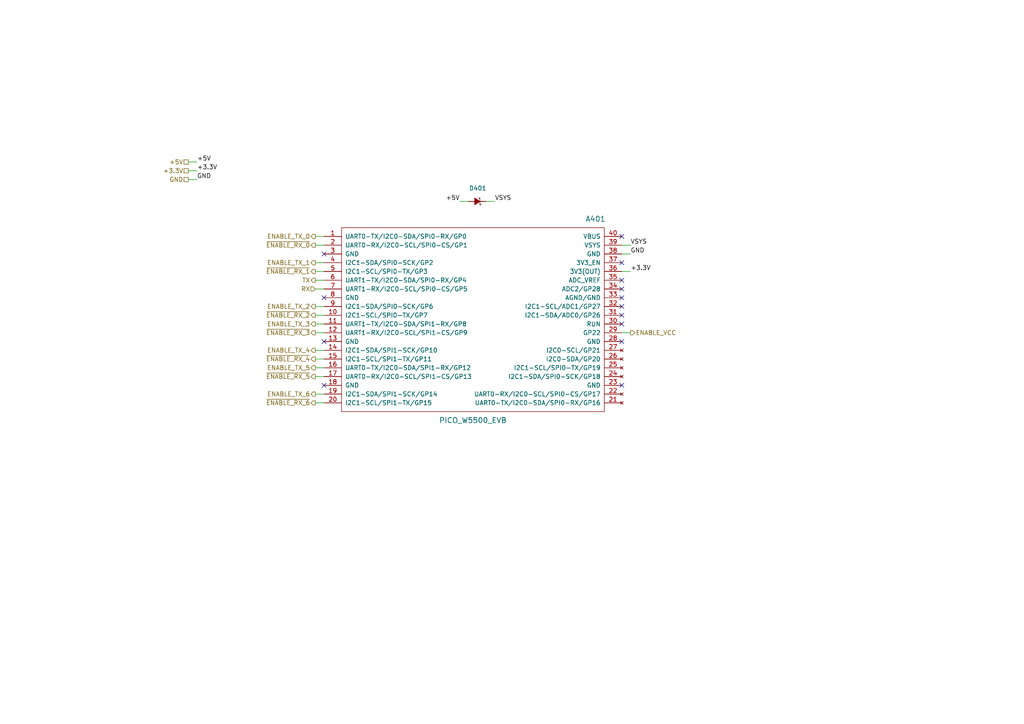
<source format=kicad_sch>
(kicad_sch (version 20230121) (generator eeschema)
  (paper "A4")
  (lib_symbols
    (symbol "Janelia:D_SCHOTTKY_20V_1A" (pin_numbers hide) (pin_names (offset 0.254) hide)
      (property "Reference" "D" (at -1.27 2.032 0))
      (symbol "D_SCHOTTKY_20V_1A_0_1"
        (polyline (pts (xy -0.762 -1.016) (xy -0.762 1.016)))
        (polyline (pts (xy -0.762 -1.016) (xy -0.508 -1.016) (xy -0.508 -0.762)))
        (polyline (pts (xy -0.762 1.016) (xy -1.016 1.016) (xy -1.016 0.762)))
        (polyline (pts (xy 0.762 -1.016) (xy -0.762 0) (xy 0.762 1.016) (xy 0.762 -1.016)) (fill (type outline)))
      )
      (symbol "D_SCHOTTKY_20V_1A_1_1"
        (pin passive line (at -2.54 0 0) (length 1.778) (name "K") (number "1"))
        (pin passive line (at 2.54 0 180) (length 1.778) (name "A") (number "2"))
      )
    )
    (symbol "Janelia:PICO-W5500-EVB_HEADER_HOLES" (pin_names (offset 1.016)) (in_bom no)
      (property "Reference" "A" (at 35.56 29.21 0))
      (property "Value" "PICO_W5500_EVB" (at 0 -29.21 0))
      (symbol "PICO-W5500-EVB_HEADER_HOLES_0_1"
        (rectangle (start -38.1 26.67) (end 38.1 -26.67))
      )
      (symbol "PICO-W5500-EVB_HEADER_HOLES_1_1"
        (pin bidirectional line (at -43.18 24.13 0) (length 5.08) (name "UART0-TX/I2C0-SDA/SPI0-RX/GP0") (number "1"))
        (pin bidirectional line (at -43.18 1.27 0) (length 5.08) (name "I2C1-SCL/SPI0-TX/GP7") (number "10"))
        (pin bidirectional line (at -43.18 -1.27 0) (length 5.08) (name "UART1-TX/I2C0-SDA/SPI1-RX/GP8") (number "11"))
        (pin bidirectional line (at -43.18 -3.81 0) (length 5.08) (name "UART1-RX/I2C0-SCL/SPI1-CS/GP9") (number "12"))
        (pin passive line (at -43.18 -6.35 0) (length 5.08) (name "GND") (number "13"))
        (pin bidirectional line (at -43.18 -8.89 0) (length 5.08) (name "I2C1-SDA/SPI1-SCK/GP10") (number "14"))
        (pin bidirectional line (at -43.18 -11.43 0) (length 5.08) (name "I2C1-SCL/SPI1-TX/GP11") (number "15"))
        (pin bidirectional line (at -43.18 -13.97 0) (length 5.08) (name "UART0-TX/I2C0-SDA/SPI1-RX/GP12") (number "16"))
        (pin bidirectional line (at -43.18 -16.51 0) (length 5.08) (name "UART0-RX/I2C0-SCL/SPI1-CS/GP13") (number "17"))
        (pin passive line (at -43.18 -19.05 0) (length 5.08) (name "GND") (number "18"))
        (pin bidirectional line (at -43.18 -21.59 0) (length 5.08) (name "I2C1-SDA/SPI1-SCK/GP14") (number "19"))
        (pin bidirectional line (at -43.18 21.59 0) (length 5.08) (name "UART0-RX/I2C0-SCL/SPI0-CS/GP1") (number "2"))
        (pin bidirectional line (at -43.18 -24.13 0) (length 5.08) (name "I2C1-SCL/SPI1-TX/GP15") (number "20"))
        (pin no_connect line (at 43.18 -24.13 180) (length 5.08) (name "UART0-TX/I2C0-SDA/SPI0-RX/GP16") (number "21"))
        (pin no_connect line (at 43.18 -21.59 180) (length 5.08) (name "UART0-RX/I2C0-SCL/SPI0-CS/GP17") (number "22"))
        (pin passive line (at 43.18 -19.05 180) (length 5.08) (name "GND") (number "23"))
        (pin no_connect line (at 43.18 -16.51 180) (length 5.08) (name "I2C1-SDA/SPI0-SCK/GP18") (number "24"))
        (pin no_connect line (at 43.18 -13.97 180) (length 5.08) (name "I2C1-SCL/SPI0-TX/GP19") (number "25"))
        (pin no_connect line (at 43.18 -11.43 180) (length 5.08) (name "I2C0-SDA/GP20") (number "26"))
        (pin no_connect line (at 43.18 -8.89 180) (length 5.08) (name "I2C0-SCL/GP21") (number "27"))
        (pin passive line (at 43.18 -6.35 180) (length 5.08) (name "GND") (number "28"))
        (pin passive line (at 43.18 -3.81 180) (length 5.08) (name "GP22") (number "29"))
        (pin passive line (at -43.18 19.05 0) (length 5.08) (name "GND") (number "3"))
        (pin passive line (at 43.18 -1.27 180) (length 5.08) (name "RUN") (number "30"))
        (pin passive line (at 43.18 1.27 180) (length 5.08) (name "I2C1-SDA/ADC0/GP26") (number "31"))
        (pin passive line (at 43.18 3.81 180) (length 5.08) (name "I2C1-SCL/ADC1/GP27") (number "32"))
        (pin passive line (at 43.18 6.35 180) (length 5.08) (name "AGND/GND") (number "33"))
        (pin passive line (at 43.18 8.89 180) (length 5.08) (name "ADC2/GP28") (number "34"))
        (pin passive line (at 43.18 11.43 180) (length 5.08) (name "ADC_VREF") (number "35"))
        (pin passive line (at 43.18 13.97 180) (length 5.08) (name "3V3(OUT)") (number "36"))
        (pin passive line (at 43.18 16.51 180) (length 5.08) (name "3V3_EN") (number "37"))
        (pin passive line (at 43.18 19.05 180) (length 5.08) (name "GND") (number "38"))
        (pin passive line (at 43.18 21.59 180) (length 5.08) (name "VSYS") (number "39"))
        (pin bidirectional line (at -43.18 16.51 0) (length 5.08) (name "I2C1-SDA/SPI0-SCK/GP2") (number "4"))
        (pin passive line (at 43.18 24.13 180) (length 5.08) (name "VBUS") (number "40"))
        (pin bidirectional line (at -43.18 13.97 0) (length 5.08) (name "I2C1-SCL/SPI0-TX/GP3") (number "5"))
        (pin bidirectional line (at -43.18 11.43 0) (length 5.08) (name "UART1-TX/I2C0-SDA/SPI0-RX/GP4") (number "6"))
        (pin bidirectional line (at -43.18 8.89 0) (length 5.08) (name "UART1-RX/I2C0-SCL/SPI0-CS/GP5") (number "7"))
        (pin passive line (at -43.18 6.35 0) (length 5.08) (name "GND") (number "8"))
        (pin bidirectional line (at -43.18 3.81 0) (length 5.08) (name "I2C1-SDA/SPI0-SCK/GP6") (number "9"))
      )
    )
  )
  (no_connect (at 180.34 81.28))
  (no_connect (at 180.34 99.06))
  (no_connect (at 93.98 86.36))
  (no_connect (at 180.34 91.44))
  (no_connect (at 180.34 68.58))
  (no_connect (at 180.34 86.36))
  (no_connect (at 180.34 93.98))
  (no_connect (at 180.34 111.76))
  (no_connect (at 180.34 76.2))
  (no_connect (at 93.98 99.06))
  (no_connect (at 180.34 88.9))
  (no_connect (at 93.98 73.66))
  (no_connect (at 93.98 111.76))
  (no_connect (at 180.34 83.82))
  (wire (pts (xy 91.44 109.22) (xy 93.98 109.22)))
  (wire (pts (xy 91.44 78.74) (xy 93.98 78.74)))
  (wire (pts (xy 91.44 68.58) (xy 93.98 68.58)))
  (wire (pts (xy 91.44 93.98) (xy 93.98 93.98)))
  (wire (pts (xy 91.44 71.12) (xy 93.98 71.12)))
  (wire (pts (xy 54.61 49.53) (xy 57.15 49.53)))
  (wire (pts (xy 91.44 106.68) (xy 93.98 106.68)))
  (wire (pts (xy 180.34 96.52) (xy 182.88 96.52)))
  (wire (pts (xy 91.44 76.2) (xy 93.98 76.2)))
  (wire (pts (xy 91.44 104.14) (xy 93.98 104.14)))
  (wire (pts (xy 180.34 78.74) (xy 182.88 78.74)))
  (wire (pts (xy 54.61 52.07) (xy 57.15 52.07)))
  (wire (pts (xy 91.44 83.82) (xy 93.98 83.82)))
  (wire (pts (xy 91.44 116.84) (xy 93.98 116.84)))
  (wire (pts (xy 180.34 73.66) (xy 182.88 73.66)))
  (wire (pts (xy 91.44 81.28) (xy 93.98 81.28)))
  (wire (pts (xy 91.44 88.9) (xy 93.98 88.9)))
  (wire (pts (xy 91.44 101.6) (xy 93.98 101.6)))
  (wire (pts (xy 140.97 58.42) (xy 143.51 58.42)))
  (wire (pts (xy 91.44 114.3) (xy 93.98 114.3)))
  (wire (pts (xy 91.44 96.52) (xy 93.98 96.52)))
  (wire (pts (xy 135.89 58.42) (xy 133.35 58.42)))
  (wire (pts (xy 54.61 46.99) (xy 57.15 46.99)))
  (wire (pts (xy 180.34 71.12) (xy 182.88 71.12)))
  (wire (pts (xy 91.44 91.44) (xy 93.98 91.44)))
  (label "+3.3V" (at 57.15 49.53 0))
  (label "+3.3V" (at 182.88 78.74 0))
  (label "+5V" (at 133.35 58.42 180))
  (label "VSYS" (at 182.88 71.12 0))
  (label "VSYS" (at 143.51 58.42 0))
  (label "+5V" (at 57.15 46.99 0))
  (label "GND" (at 57.15 52.07 0))
  (label "GND" (at 182.88 73.66 0))
  (hierarchical_label "ENABLE_VCC" (shape output) (at 182.88 96.52 0))
  (hierarchical_label "~{ENABLE_RX_0}" (shape output) (at 91.44 71.12 180))
  (hierarchical_label "~{ENABLE_RX_6}" (shape output) (at 91.44 116.84 180))
  (hierarchical_label "ENABLE_TX_4" (shape output) (at 91.44 101.6 180))
  (hierarchical_label "+5V" (shape passive) (at 54.61 46.99 180))
  (hierarchical_label "TX" (shape output) (at 91.44 81.28 180))
  (hierarchical_label "ENABLE_TX_0" (shape output) (at 91.44 68.58 180))
  (hierarchical_label "~{ENABLE_RX_3}" (shape output) (at 91.44 96.52 180))
  (hierarchical_label "GND" (shape passive) (at 54.61 52.07 180))
  (hierarchical_label "ENABLE_TX_5" (shape output) (at 91.44 106.68 180))
  (hierarchical_label "ENABLE_TX_6" (shape output) (at 91.44 114.3 180))
  (hierarchical_label "ENABLE_TX_3" (shape output) (at 91.44 93.98 180))
  (hierarchical_label "ENABLE_TX_1" (shape output) (at 91.44 76.2 180))
  (hierarchical_label "~{ENABLE_RX_2}" (shape output) (at 91.44 91.44 180))
  (hierarchical_label "ENABLE_TX_2" (shape output) (at 91.44 88.9 180))
  (hierarchical_label "RX" (shape input) (at 91.44 83.82 180))
  (hierarchical_label "~{ENABLE_RX_5}" (shape output) (at 91.44 109.22 180))
  (hierarchical_label "+3.3V" (shape passive) (at 54.61 49.53 180))
  (hierarchical_label "~{ENABLE_RX_1}" (shape output) (at 91.44 78.74 180))
  (hierarchical_label "~{ENABLE_RX_4}" (shape output) (at 91.44 104.14 180))
  (symbol (lib_id "Janelia:PICO-W5500-EVB_HEADER_HOLES") (at 137.16 92.71 0) (unit 1) (in_bom no)
    (property "Reference" "A401" (at 172.72 63.5 0) (effects (font (size 1.524 1.524))))
    (property "Value" "PICO_W5500_EVB" (at 137.16 121.92 0) (effects (font (size 1.524 1.524))))
    (property "Footprint" "Janelia:Pico_Header_Holes" (effects hide))
    (property "Sim.Enable" "0" (effects hide))
  )
  (symbol (lib_id "Janelia:D_SCHOTTKY_20V_1A") (at 138.43 58.42 180) (unit 1)
    (property "Reference" "D401" (at 138.557 54.61 0))
    (property "Value" "D_SCHOTTKY_20V_1A" (effects hide))
    (property "Footprint" "Janelia:DIOM3616X98N" (effects hide))
    (property "Vendor" "Digi-Key" (effects hide))
    (property "Vendor Part Number" "MBR120VLSFT1GOSCT-ND" (effects hide))
    (property "Synopsis" "DIODE SCHOTTKY 20V 1A" (effects hide))
    (property "Manufacturer" "onsemi" (effects hide))
    (property "Manufacturer Part Number" "MBR120VLSFT1G" (effects hide))
    (property "Package" " SOD123FL" (effects hide))
    (property "Sim.Enable" "0" (effects hide))
    (property "LCSC" "C223608" (effects hide))
  )
)
</source>
